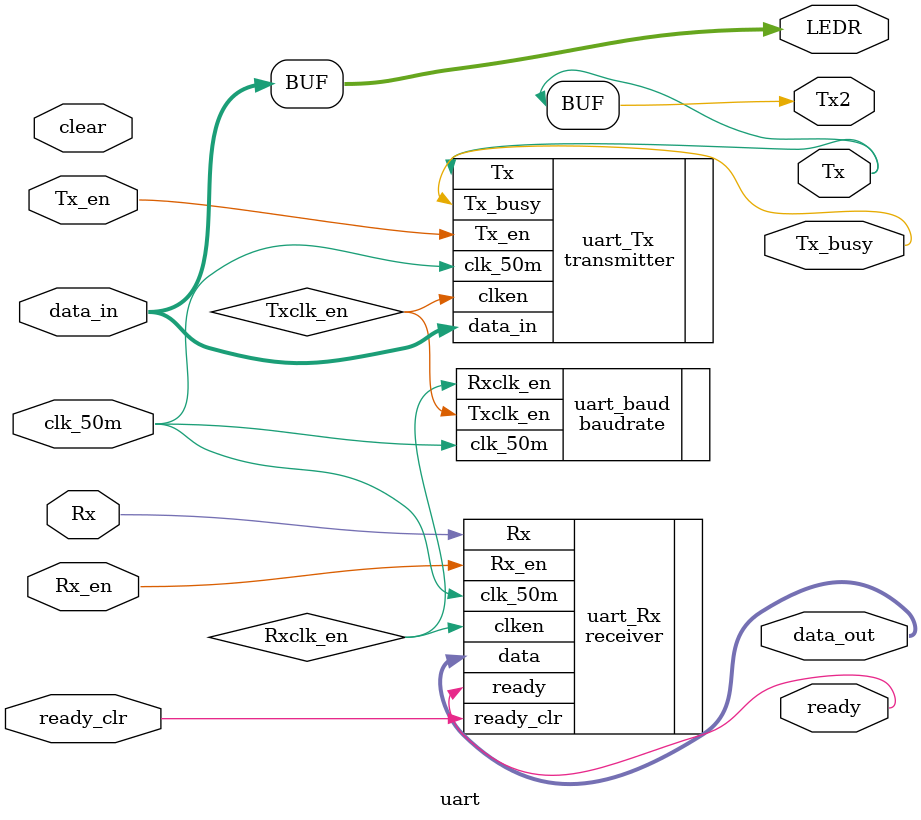
<source format=v>

module uart(
    input wire [7:0] data_in,   // 8-bit input data to be transmitted
    input wire Tx_en,           // Enable signal for transmitter
    input wire clear,           // Not used in this instantiation (consider removal if not required)
    input wire clk_50m,         // System clock at 50 MHz
    output wire Tx,             // Transmitted serial data output
    output wire Tx_busy,        // Signal indicating transmitter is busy
    input wire Rx,              // Received serial data input
    input wire Rx_en,           // Enable signal for receiver
    output wire ready,          // Signal to indicate data is ready to be read
    input wire ready_clr,       // Signal to clear the ready state
    output wire [7:0] data_out, // 8-bit output data received
    output [7:0] LEDR,          // LED output directly reflecting input data (for debugging or status)
    output wire Tx2             // Duplicate of Tx for additional interfacing
);

    // Assign LEDs to mirror input data for visual debugging or demonstration
    assign LEDR = data_in;

    // Duplicate the Tx signal to an additional output pin for further use
    assign Tx2 = Tx;

    // Internal connections for baud rate enable signals
    wire Txclk_en, Rxclk_en;

    // Instantiate the baud rate generator
    baudrate uart_baud(
        .clk_50m(clk_50m),
        .Rxclk_en(Rxclk_en),    // Enable signal for the receiver clock
        .Txclk_en(Txclk_en)     // Enable signal for the transmitter clock
    );

    // Instantiate the transmitter module
    transmitter uart_Tx(
        .data_in(data_in),
        .Tx_en(Tx_en),
        .clk_50m(clk_50m),
        .clken(Txclk_en),       // Use Tx clock enable for transmitter operation
        .Tx(Tx),
        .Tx_busy(Tx_busy)
    );
    // Instantiate the receiver module
    receiver uart_Rx(
        .Rx(Rx),
        .Rx_en(Rx_en),
        .ready(ready),
        .ready_clr(ready_clr),
        .clk_50m(clk_50m),
        .clken(Rxclk_en),       // Use Rx clock enable for receiver operation
        .data(data_out)
    );
endmodule

</source>
